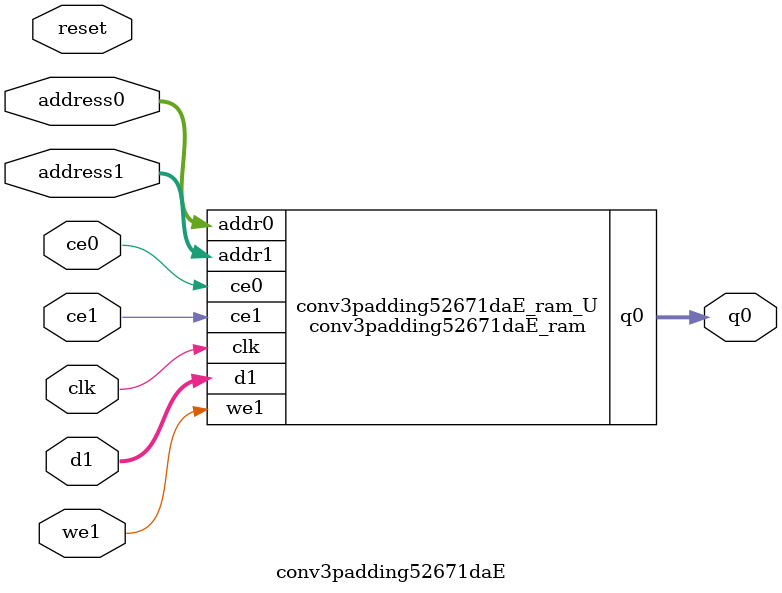
<source format=v>
`timescale 1 ns / 1 ps
module conv3padding52671daE_ram (addr0, ce0, q0, addr1, ce1, d1, we1,  clk);

parameter DWIDTH = 16;
parameter AWIDTH = 10;
parameter MEM_SIZE = 704;

input[AWIDTH-1:0] addr0;
input ce0;
output reg[DWIDTH-1:0] q0;
input[AWIDTH-1:0] addr1;
input ce1;
input[DWIDTH-1:0] d1;
input we1;
input clk;

(* ram_style = "block" *)reg [DWIDTH-1:0] ram[0:MEM_SIZE-1];




always @(posedge clk)  
begin 
    if (ce0) begin
        q0 <= ram[addr0];
    end
end


always @(posedge clk)  
begin 
    if (ce1) begin
        if (we1) 
            ram[addr1] <= d1; 
    end
end


endmodule

`timescale 1 ns / 1 ps
module conv3padding52671daE(
    reset,
    clk,
    address0,
    ce0,
    q0,
    address1,
    ce1,
    we1,
    d1);

parameter DataWidth = 32'd16;
parameter AddressRange = 32'd704;
parameter AddressWidth = 32'd10;
input reset;
input clk;
input[AddressWidth - 1:0] address0;
input ce0;
output[DataWidth - 1:0] q0;
input[AddressWidth - 1:0] address1;
input ce1;
input we1;
input[DataWidth - 1:0] d1;



conv3padding52671daE_ram conv3padding52671daE_ram_U(
    .clk( clk ),
    .addr0( address0 ),
    .ce0( ce0 ),
    .q0( q0 ),
    .addr1( address1 ),
    .ce1( ce1 ),
    .we1( we1 ),
    .d1( d1 ));

endmodule


</source>
